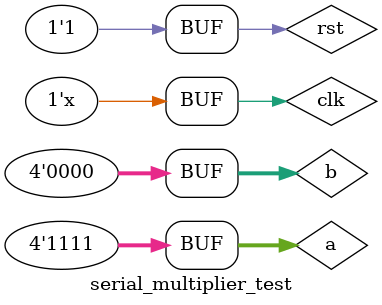
<source format=v>
`timescale 1ns / 1ps


module serial_multiplier_test;

	// Inputs
	reg clk;
	reg rst;
	reg [3:0] a;
	reg [3:0] b;

	// Outputs
	wire [7:0] P;

	// Instantiate the Unit Under Test (UUT)
	serial_multiplier uut (
		.clk(clk), 
		.rst(rst), 
		.a(a), 
		.b(b), 
		.P(P)
	);

always #5 clk = ~clk;
//initial #480 $finish;
	initial begin
		// Initialize Inputs
		clk=0;
		rst = 0;
		a =0;
		b= 0;
		#6;
		rst =1;
		#57;
		repeat(16) begin
		repeat(15) begin
		rst = 0;
		if(b==15)
		begin
		a = a+1;
		end
		b = b+4'b0001;
		#6;
		rst = 1;
		#54;
		end
		end
        
		// Add stimulus here

	end
      
endmodule


</source>
